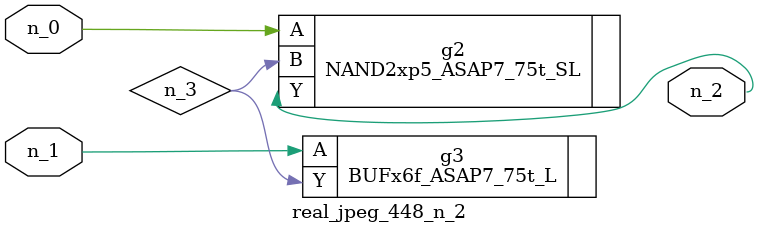
<source format=v>
module real_jpeg_448_n_2 (n_1, n_0, n_2);

input n_1;
input n_0;

output n_2;

wire n_3;

NAND2xp5_ASAP7_75t_SL g2 ( 
.A(n_0),
.B(n_3),
.Y(n_2)
);

BUFx6f_ASAP7_75t_L g3 ( 
.A(n_1),
.Y(n_3)
);


endmodule
</source>
